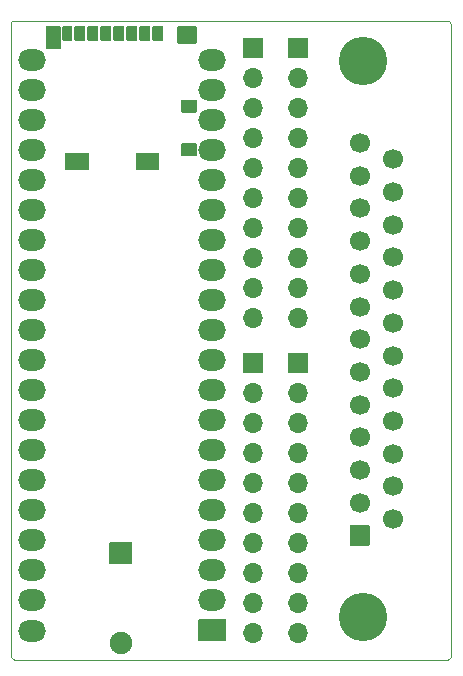
<source format=gbs>
%TF.GenerationSoftware,KiCad,Pcbnew,(5.1.10-1-10_14)*%
%TF.CreationDate,2021-10-09T14:12:20-05:00*%
%TF.ProjectId,bluepill_scsi,626c7565-7069-46c6-9c5f-736373692e6b,rev?*%
%TF.SameCoordinates,Original*%
%TF.FileFunction,Soldermask,Bot*%
%TF.FilePolarity,Negative*%
%FSLAX46Y46*%
G04 Gerber Fmt 4.6, Leading zero omitted, Abs format (unit mm)*
G04 Created by KiCad (PCBNEW (5.1.10-1-10_14)) date 2021-10-09 14:12:20*
%MOMM*%
%LPD*%
G01*
G04 APERTURE LIST*
%TA.AperFunction,Profile*%
%ADD10C,0.050000*%
%TD*%
%ADD11O,2.350000X1.827200*%
%ADD12O,1.700000X1.700000*%
%ADD13O,1.900000X1.900000*%
%ADD14C,1.700000*%
%ADD15C,4.100000*%
G04 APERTURE END LIST*
D10*
X125095000Y-149705000D02*
G75*
G02*
X124841000Y-149959000I-254000J0D01*
G01*
X88085000Y-149955000D02*
G75*
G02*
X87831000Y-149701000I0J254000D01*
G01*
X87835000Y-96139000D02*
G75*
G02*
X88089000Y-95885000I254000J0D01*
G01*
X124714000Y-95885000D02*
G75*
G02*
X125095000Y-96266000I0J-381000D01*
G01*
X124841000Y-149959000D02*
X88085000Y-149955000D01*
X124714000Y-95885000D02*
X88089000Y-95885000D01*
X125095000Y-149705000D02*
X125095000Y-96266000D01*
X87831000Y-149701000D02*
X87835000Y-96139000D01*
D11*
%TO.C,U1*%
X89595000Y-147515600D03*
X89595000Y-144924800D03*
X89595000Y-142384800D03*
X89595000Y-139844800D03*
X89595000Y-137304800D03*
X89595000Y-134764800D03*
X89595000Y-132224800D03*
X89595000Y-129684800D03*
X89595000Y-127144800D03*
X89595000Y-124604800D03*
X89595000Y-122064800D03*
X89595000Y-119524800D03*
X89595000Y-116984800D03*
X89595000Y-114444800D03*
X89595000Y-111904800D03*
X89595000Y-109364800D03*
X89595000Y-106824800D03*
X89595000Y-104284800D03*
X89595000Y-101744800D03*
X89595000Y-99204800D03*
X104835000Y-99204800D03*
X104835000Y-101744800D03*
X104835000Y-104284800D03*
X104835000Y-106824800D03*
X104835000Y-109364800D03*
X104835000Y-111904800D03*
X104835000Y-114444800D03*
X104835000Y-116984800D03*
X104835000Y-119524800D03*
X104835000Y-122064800D03*
X104835000Y-124604800D03*
X104835000Y-127144800D03*
X104835000Y-129684800D03*
X104835000Y-132224800D03*
X104835000Y-134764800D03*
X104835000Y-137304800D03*
X104835000Y-139844800D03*
X104835000Y-142384800D03*
X104835000Y-144924800D03*
G36*
G01*
X105960000Y-148378400D02*
X103710000Y-148378400D01*
G75*
G02*
X103660000Y-148328400I0J50000D01*
G01*
X103660000Y-146601200D01*
G75*
G02*
X103710000Y-146551200I50000J0D01*
G01*
X105960000Y-146551200D01*
G75*
G02*
X106010000Y-146601200I0J-50000D01*
G01*
X106010000Y-148328400D01*
G75*
G02*
X105960000Y-148378400I-50000J0D01*
G01*
G37*
%TD*%
%TO.C,J5*%
G36*
G01*
X94400000Y-107105000D02*
X94400000Y-108455000D01*
G75*
G02*
X94350000Y-108505000I-50000J0D01*
G01*
X92450000Y-108505000D01*
G75*
G02*
X92400000Y-108455000I0J50000D01*
G01*
X92400000Y-107105000D01*
G75*
G02*
X92450000Y-107055000I50000J0D01*
G01*
X94350000Y-107055000D01*
G75*
G02*
X94400000Y-107105000I0J-50000D01*
G01*
G37*
G36*
G01*
X100370000Y-107105000D02*
X100370000Y-108455000D01*
G75*
G02*
X100320000Y-108505000I-50000J0D01*
G01*
X98420000Y-108505000D01*
G75*
G02*
X98370000Y-108455000I0J50000D01*
G01*
X98370000Y-107105000D01*
G75*
G02*
X98420000Y-107055000I50000J0D01*
G01*
X100320000Y-107055000D01*
G75*
G02*
X100370000Y-107105000I0J-50000D01*
G01*
G37*
G36*
G01*
X103520000Y-102605000D02*
X103520000Y-103605000D01*
G75*
G02*
X103470000Y-103655000I-50000J0D01*
G01*
X102270000Y-103655000D01*
G75*
G02*
X102220000Y-103605000I0J50000D01*
G01*
X102220000Y-102605000D01*
G75*
G02*
X102270000Y-102555000I50000J0D01*
G01*
X103470000Y-102555000D01*
G75*
G02*
X103520000Y-102605000I0J-50000D01*
G01*
G37*
G36*
G01*
X103520000Y-106305000D02*
X103520000Y-107305000D01*
G75*
G02*
X103470000Y-107355000I-50000J0D01*
G01*
X102270000Y-107355000D01*
G75*
G02*
X102220000Y-107305000I0J50000D01*
G01*
X102220000Y-106305000D01*
G75*
G02*
X102270000Y-106255000I50000J0D01*
G01*
X103470000Y-106255000D01*
G75*
G02*
X103520000Y-106305000I0J-50000D01*
G01*
G37*
G36*
G01*
X103520000Y-96405000D02*
X103520000Y-97755000D01*
G75*
G02*
X103470000Y-97805000I-50000J0D01*
G01*
X101920000Y-97805000D01*
G75*
G02*
X101870000Y-97755000I0J50000D01*
G01*
X101870000Y-96405000D01*
G75*
G02*
X101920000Y-96355000I50000J0D01*
G01*
X103470000Y-96355000D01*
G75*
G02*
X103520000Y-96405000I0J-50000D01*
G01*
G37*
G36*
G01*
X92010000Y-96405000D02*
X92010000Y-98205000D01*
G75*
G02*
X91960000Y-98255000I-50000J0D01*
G01*
X90790000Y-98255000D01*
G75*
G02*
X90740000Y-98205000I0J50000D01*
G01*
X90740000Y-96405000D01*
G75*
G02*
X90790000Y-96355000I50000J0D01*
G01*
X91960000Y-96355000D01*
G75*
G02*
X92010000Y-96405000I0J-50000D01*
G01*
G37*
G36*
G01*
X94110000Y-96405000D02*
X94110000Y-97505000D01*
G75*
G02*
X94060000Y-97555000I-50000J0D01*
G01*
X93210000Y-97555000D01*
G75*
G02*
X93160000Y-97505000I0J50000D01*
G01*
X93160000Y-96405000D01*
G75*
G02*
X93210000Y-96355000I50000J0D01*
G01*
X94060000Y-96355000D01*
G75*
G02*
X94110000Y-96405000I0J-50000D01*
G01*
G37*
G36*
G01*
X95210000Y-96405000D02*
X95210000Y-97505000D01*
G75*
G02*
X95160000Y-97555000I-50000J0D01*
G01*
X94310000Y-97555000D01*
G75*
G02*
X94260000Y-97505000I0J50000D01*
G01*
X94260000Y-96405000D01*
G75*
G02*
X94310000Y-96355000I50000J0D01*
G01*
X95160000Y-96355000D01*
G75*
G02*
X95210000Y-96405000I0J-50000D01*
G01*
G37*
G36*
G01*
X96310000Y-96405000D02*
X96310000Y-97505000D01*
G75*
G02*
X96260000Y-97555000I-50000J0D01*
G01*
X95410000Y-97555000D01*
G75*
G02*
X95360000Y-97505000I0J50000D01*
G01*
X95360000Y-96405000D01*
G75*
G02*
X95410000Y-96355000I50000J0D01*
G01*
X96260000Y-96355000D01*
G75*
G02*
X96310000Y-96405000I0J-50000D01*
G01*
G37*
G36*
G01*
X97410000Y-96405000D02*
X97410000Y-97505000D01*
G75*
G02*
X97360000Y-97555000I-50000J0D01*
G01*
X96510000Y-97555000D01*
G75*
G02*
X96460000Y-97505000I0J50000D01*
G01*
X96460000Y-96405000D01*
G75*
G02*
X96510000Y-96355000I50000J0D01*
G01*
X97360000Y-96355000D01*
G75*
G02*
X97410000Y-96405000I0J-50000D01*
G01*
G37*
G36*
G01*
X98510000Y-96405000D02*
X98510000Y-97505000D01*
G75*
G02*
X98460000Y-97555000I-50000J0D01*
G01*
X97610000Y-97555000D01*
G75*
G02*
X97560000Y-97505000I0J50000D01*
G01*
X97560000Y-96405000D01*
G75*
G02*
X97610000Y-96355000I50000J0D01*
G01*
X98460000Y-96355000D01*
G75*
G02*
X98510000Y-96405000I0J-50000D01*
G01*
G37*
G36*
G01*
X99610000Y-96405000D02*
X99610000Y-97505000D01*
G75*
G02*
X99560000Y-97555000I-50000J0D01*
G01*
X98710000Y-97555000D01*
G75*
G02*
X98660000Y-97505000I0J50000D01*
G01*
X98660000Y-96405000D01*
G75*
G02*
X98710000Y-96355000I50000J0D01*
G01*
X99560000Y-96355000D01*
G75*
G02*
X99610000Y-96405000I0J-50000D01*
G01*
G37*
G36*
G01*
X93010000Y-96405000D02*
X93010000Y-97505000D01*
G75*
G02*
X92960000Y-97555000I-50000J0D01*
G01*
X92210000Y-97555000D01*
G75*
G02*
X92160000Y-97505000I0J50000D01*
G01*
X92160000Y-96405000D01*
G75*
G02*
X92210000Y-96355000I50000J0D01*
G01*
X92960000Y-96355000D01*
G75*
G02*
X93010000Y-96405000I0J-50000D01*
G01*
G37*
G36*
G01*
X100710000Y-96405000D02*
X100710000Y-97505000D01*
G75*
G02*
X100660000Y-97555000I-50000J0D01*
G01*
X99810000Y-97555000D01*
G75*
G02*
X99760000Y-97505000I0J50000D01*
G01*
X99760000Y-96405000D01*
G75*
G02*
X99810000Y-96355000I50000J0D01*
G01*
X100660000Y-96355000D01*
G75*
G02*
X100710000Y-96405000I0J-50000D01*
G01*
G37*
%TD*%
%TO.C,RN1*%
G36*
G01*
X107515000Y-97325000D02*
X109115000Y-97325000D01*
G75*
G02*
X109165000Y-97375000I0J-50000D01*
G01*
X109165000Y-98975000D01*
G75*
G02*
X109115000Y-99025000I-50000J0D01*
G01*
X107515000Y-99025000D01*
G75*
G02*
X107465000Y-98975000I0J50000D01*
G01*
X107465000Y-97375000D01*
G75*
G02*
X107515000Y-97325000I50000J0D01*
G01*
G37*
D12*
X108315000Y-100715000D03*
X108315000Y-103255000D03*
X108315000Y-105795000D03*
X108315000Y-108335000D03*
X108315000Y-110875000D03*
X108315000Y-113415000D03*
X108315000Y-115955000D03*
X108315000Y-118495000D03*
X108315000Y-121035000D03*
%TD*%
%TO.C,RN2*%
G36*
G01*
X111325000Y-97325000D02*
X112925000Y-97325000D01*
G75*
G02*
X112975000Y-97375000I0J-50000D01*
G01*
X112975000Y-98975000D01*
G75*
G02*
X112925000Y-99025000I-50000J0D01*
G01*
X111325000Y-99025000D01*
G75*
G02*
X111275000Y-98975000I0J50000D01*
G01*
X111275000Y-97375000D01*
G75*
G02*
X111325000Y-97325000I50000J0D01*
G01*
G37*
X112125000Y-100715000D03*
X112125000Y-103255000D03*
X112125000Y-105795000D03*
X112125000Y-108335000D03*
X112125000Y-110875000D03*
X112125000Y-113415000D03*
X112125000Y-115955000D03*
X112125000Y-118495000D03*
X112125000Y-121035000D03*
%TD*%
%TO.C,RN3*%
X108315000Y-147705000D03*
X108315000Y-145165000D03*
X108315000Y-142625000D03*
X108315000Y-140085000D03*
X108315000Y-137545000D03*
X108315000Y-135005000D03*
X108315000Y-132465000D03*
X108315000Y-129925000D03*
X108315000Y-127385000D03*
G36*
G01*
X107515000Y-123995000D02*
X109115000Y-123995000D01*
G75*
G02*
X109165000Y-124045000I0J-50000D01*
G01*
X109165000Y-125645000D01*
G75*
G02*
X109115000Y-125695000I-50000J0D01*
G01*
X107515000Y-125695000D01*
G75*
G02*
X107465000Y-125645000I0J50000D01*
G01*
X107465000Y-124045000D01*
G75*
G02*
X107515000Y-123995000I50000J0D01*
G01*
G37*
%TD*%
%TO.C,RN4*%
X112125000Y-147705000D03*
X112125000Y-145165000D03*
X112125000Y-142625000D03*
X112125000Y-140085000D03*
X112125000Y-137545000D03*
X112125000Y-135005000D03*
X112125000Y-132465000D03*
X112125000Y-129925000D03*
X112125000Y-127385000D03*
G36*
G01*
X111325000Y-123995000D02*
X112925000Y-123995000D01*
G75*
G02*
X112975000Y-124045000I0J-50000D01*
G01*
X112975000Y-125645000D01*
G75*
G02*
X112925000Y-125695000I-50000J0D01*
G01*
X111325000Y-125695000D01*
G75*
G02*
X111275000Y-125645000I0J50000D01*
G01*
X111275000Y-124045000D01*
G75*
G02*
X111325000Y-123995000I50000J0D01*
G01*
G37*
%TD*%
%TO.C,D5*%
G36*
G01*
X96185000Y-140005000D02*
X97985000Y-140005000D01*
G75*
G02*
X98035000Y-140055000I0J-50000D01*
G01*
X98035000Y-141855000D01*
G75*
G02*
X97985000Y-141905000I-50000J0D01*
G01*
X96185000Y-141905000D01*
G75*
G02*
X96135000Y-141855000I0J50000D01*
G01*
X96135000Y-140055000D01*
G75*
G02*
X96185000Y-140005000I50000J0D01*
G01*
G37*
D13*
X97085000Y-148575000D03*
%TD*%
%TO.C,J2*%
G36*
G01*
X118135000Y-140305000D02*
X116535000Y-140305000D01*
G75*
G02*
X116485000Y-140255000I0J50000D01*
G01*
X116485000Y-138655000D01*
G75*
G02*
X116535000Y-138605000I50000J0D01*
G01*
X118135000Y-138605000D01*
G75*
G02*
X118185000Y-138655000I0J-50000D01*
G01*
X118185000Y-140255000D01*
G75*
G02*
X118135000Y-140305000I-50000J0D01*
G01*
G37*
D14*
X117335000Y-136685000D03*
X117335000Y-133915000D03*
X117335000Y-131145000D03*
X117335000Y-128375000D03*
X117335000Y-125605000D03*
X117335000Y-122835000D03*
X117335000Y-120065000D03*
X117335000Y-117295000D03*
X117335000Y-114525000D03*
X117335000Y-111755000D03*
X117335000Y-108985000D03*
X117335000Y-106215000D03*
X120175000Y-138070000D03*
X120175000Y-135300000D03*
X120175000Y-132530000D03*
X120175000Y-129760000D03*
X120175000Y-126990000D03*
X120175000Y-124220000D03*
X120175000Y-121450000D03*
X120175000Y-118680000D03*
X120175000Y-115910000D03*
X120175000Y-113140000D03*
X120175000Y-110370000D03*
X120175000Y-107600000D03*
D15*
X117635000Y-146385000D03*
X117635000Y-99285000D03*
%TD*%
M02*

</source>
